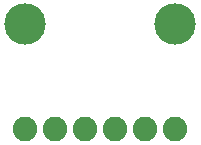
<source format=gbr>
G04 EAGLE Gerber RS-274X export*
G75*
%MOMM*%
%FSLAX34Y34*%
%LPD*%
%INSoldermask Bottom*%
%IPPOS*%
%AMOC8*
5,1,8,0,0,1.08239X$1,22.5*%
G01*
%ADD10C,3.505200*%
%ADD11C,2.082800*%


D10*
X25400Y101600D03*
X152400Y101600D03*
D11*
X152400Y12700D03*
X127000Y12700D03*
X101600Y12700D03*
X76200Y12700D03*
X50800Y12700D03*
X25400Y12700D03*
M02*

</source>
